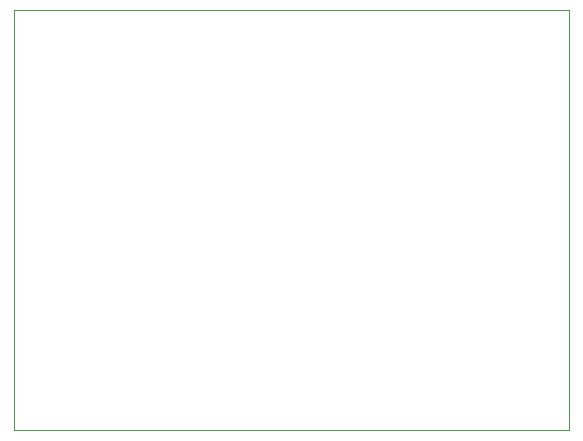
<source format=gbr>
%TF.GenerationSoftware,KiCad,Pcbnew,(5.1.9)-1*%
%TF.CreationDate,2021-11-03T21:44:47+07:00*%
%TF.ProjectId,PMT_Mini_Amp,504d545f-4d69-46e6-995f-416d702e6b69,rev?*%
%TF.SameCoordinates,Original*%
%TF.FileFunction,Profile,NP*%
%FSLAX46Y46*%
G04 Gerber Fmt 4.6, Leading zero omitted, Abs format (unit mm)*
G04 Created by KiCad (PCBNEW (5.1.9)-1) date 2021-11-03 21:44:47*
%MOMM*%
%LPD*%
G01*
G04 APERTURE LIST*
%TA.AperFunction,Profile*%
%ADD10C,0.050000*%
%TD*%
G04 APERTURE END LIST*
D10*
X152400000Y-118110000D02*
X105410000Y-118110000D01*
X152400000Y-153670000D02*
X152400000Y-118110000D01*
X105410000Y-153670000D02*
X152400000Y-153670000D01*
X105410000Y-118110000D02*
X105410000Y-153670000D01*
M02*

</source>
